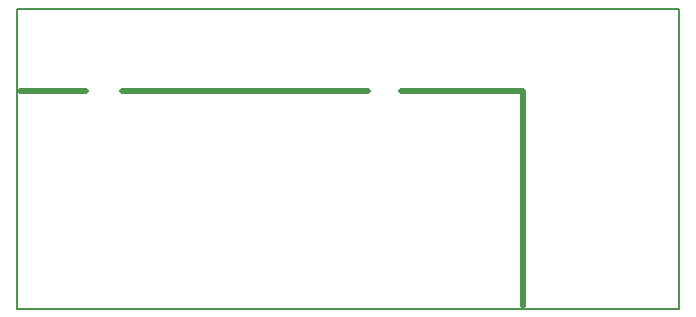
<source format=gbr>
G04 (created by PCBNEW (2013-07-07 BZR 4022)-stable) date 1/29/2014 5:58:00 PM*
%MOIN*%
G04 Gerber Fmt 3.4, Leading zero omitted, Abs format*
%FSLAX34Y34*%
G01*
G70*
G90*
G04 APERTURE LIST*
%ADD10C,0.00590551*%
%ADD11C,0.02*%
G04 APERTURE END LIST*
G54D10*
G54D11*
X64300Y-48750D02*
X62100Y-48750D01*
X72800Y-48750D02*
X73700Y-48750D01*
X72900Y-48750D02*
X65500Y-48750D01*
G54D10*
X78850Y-48750D02*
X78850Y-49100D01*
G54D11*
X74800Y-48750D02*
X78850Y-48750D01*
X78850Y-55900D02*
X78850Y-48750D01*
G54D10*
X84050Y-56000D02*
X84050Y-46000D01*
X82000Y-56000D02*
X84050Y-56000D01*
X82000Y-46000D02*
X84050Y-46000D01*
X62000Y-46000D02*
X62000Y-56000D01*
X82000Y-46000D02*
X62000Y-46000D01*
X62000Y-56000D02*
X82000Y-56000D01*
M02*

</source>
